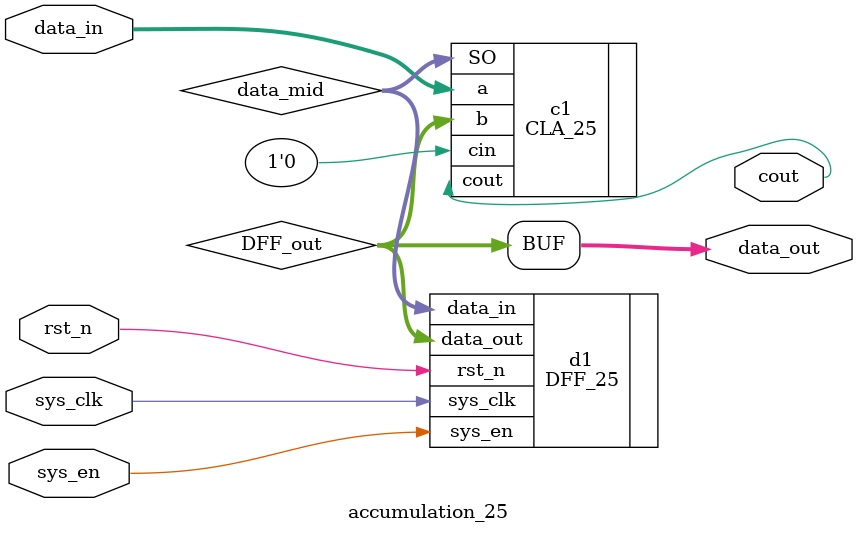
<source format=v>
`timescale 1ns / 1ps


module accumulation_25(
    //clock and reset
    sys_clk,
    sys_en,
    rst_n,

    //input
    data_in,

    //output
    data_out,
    cout

    );

    //clock and reset
    input sys_clk;
    input sys_en;
    input rst_n;

    //input
    input [24:0]data_in;

    //output
    output [24:0]data_out;
    output cout;

    //wires
    wire dff_en;
    wire dff_rst;
    wire [24:0]data_mid;
    wire [24:0]DFF_out;

    //code
    CLA_25 c1(.a(data_in), .b(DFF_out), .cin(1'b0), .SO(data_mid), .cout(cout));
    DFF_25 d1(.sys_clk(sys_clk), .sys_en(sys_en), .rst_n(rst_n), .data_in(data_mid), .data_out(DFF_out));

    assign data_out = DFF_out;
endmodule

</source>
